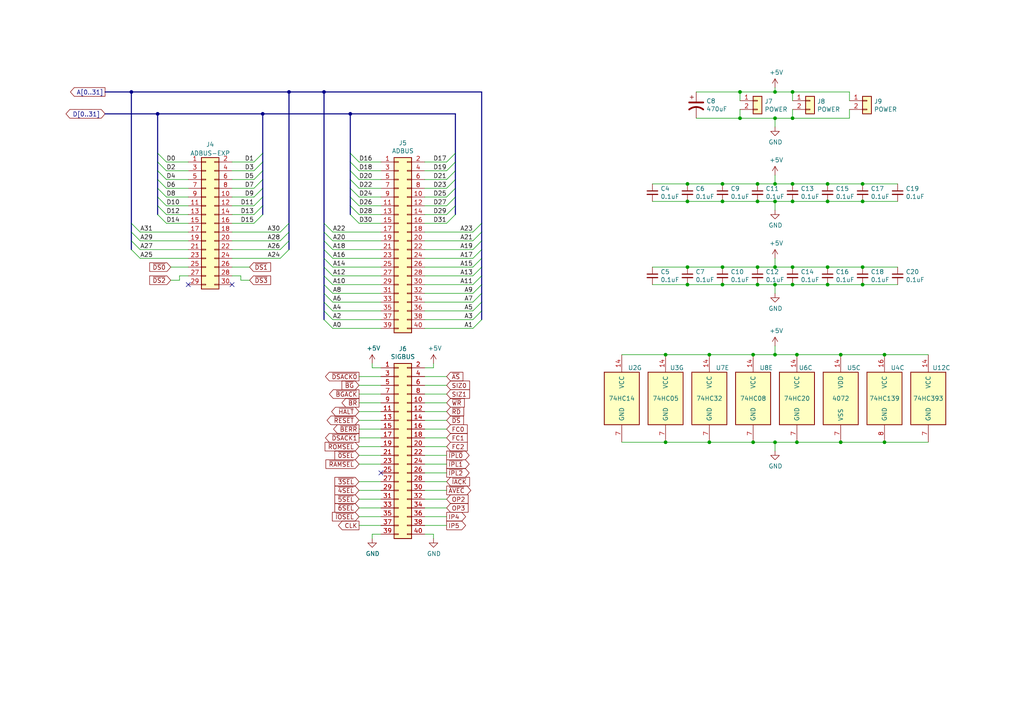
<source format=kicad_sch>
(kicad_sch (version 20250114) (generator "eeschema") (generator_version "9.0")
  (paper "A4")
  (title_block (title "Single Board Computer") (rev "2"))
  (lib_symbols
    (symbol "4xxx:4072" (pin_names (offset 1.016))
      (property "Reference" "U" (at 0 1.27 0))
      (property "Value" "4072" (at 0 -1.27 0))
      (symbol "4072_1_1"
        (pin input line (at -7.62 3.81 0) (length 3.81) (name "~") (number "2"))
        (pin input line (at -7.62 1.27 0) (length 4.826) (name "~") (number "3"))
        (pin input line (at -7.62 -1.27 0) (length 4.826) (name "~") (number "4"))
        (pin input line (at -7.62 -3.81 0) (length 3.81) (name "~") (number "5"))
        (pin output line (at 7.62 0 180) (length 3.81) (name "~") (number "1"))
      )
      (symbol "4072_1_2"
        (pin input inverted (at -7.62 3.81 0) (length 3.81) (name "~") (number "2"))
        (pin input inverted (at -7.62 1.27 0) (length 3.81) (name "~") (number "3"))
        (pin input inverted (at -7.62 -1.27 0) (length 3.81) (name "~") (number "4"))
        (pin input inverted (at -7.62 -3.81 0) (length 3.81) (name "~") (number "5"))
        (pin output inverted (at 7.62 0 180) (length 3.81) (name "~") (number "1"))
      )
      (symbol "4072_2_1"
        (pin input line (at -7.62 3.81 0) (length 3.81) (name "~") (number "9"))
        (pin input line (at -7.62 1.27 0) (length 4.826) (name "~") (number "10"))
        (pin input line (at -7.62 -1.27 0) (length 4.826) (name "~") (number "11"))
        (pin input line (at -7.62 -3.81 0) (length 3.81) (name "~") (number "12"))
        (pin output line (at 7.62 0 180) (length 3.81) (name "~") (number "13"))
      )
      (symbol "4072_2_2"
        (pin input inverted (at -7.62 3.81 0) (length 3.81) (name "~") (number "9"))
        (pin input inverted (at -7.62 1.27 0) (length 3.81) (name "~") (number "10"))
        (pin input inverted (at -7.62 -1.27 0) (length 3.81) (name "~") (number "11"))
        (pin input inverted (at -7.62 -3.81 0) (length 3.81) (name "~") (number "12"))
        (pin output inverted (at 7.62 0 180) (length 3.81) (name "~") (number "13"))
      )
      (symbol "4072_3_0"
        (pin power_in line (at 0 12.7 270) (length 5.08) (name "VDD") (number "14"))
        (pin power_in line (at 0 -12.7 90) (length 5.08) (name "VSS") (number "7"))
      )
    )
    (symbol "74xx:74HC14" (pin_names (offset 1.016))
      (property "Reference" "U" (at 0 1.27 0))
      (property "Value" "74HC14" (at 0 -1.27 0))
      (symbol "74HC14_1_0"
        (pin input line (at -7.62 0 0) (length 3.81) (name "~") (number "1"))
        (pin output inverted (at 7.62 0 180) (length 3.81) (name "~") (number "2"))
      )
      (symbol "74HC14_2_0"
        (pin input line (at -7.62 0 0) (length 3.81) (name "~") (number "3"))
        (pin output inverted (at 7.62 0 180) (length 3.81) (name "~") (number "4"))
      )
      (symbol "74HC14_3_0"
        (pin input line (at -7.62 0 0) (length 3.81) (name "~") (number "5"))
        (pin output inverted (at 7.62 0 180) (length 3.81) (name "~") (number "6"))
      )
      (symbol "74HC14_4_0"
        (pin input line (at -7.62 0 0) (length 3.81) (name "~") (number "9"))
        (pin output inverted (at 7.62 0 180) (length 3.81) (name "~") (number "8"))
      )
      (symbol "74HC14_5_0"
        (pin input line (at -7.62 0 0) (length 3.81) (name "~") (number "11"))
        (pin output inverted (at 7.62 0 180) (length 3.81) (name "~") (number "10"))
      )
      (symbol "74HC14_6_0"
        (pin input line (at -7.62 0 0) (length 3.81) (name "~") (number "13"))
        (pin output inverted (at 7.62 0 180) (length 3.81) (name "~") (number "12"))
      )
      (symbol "74HC14_7_0"
        (pin power_in line (at 0 12.7 270) (length 5.08) (name "VCC") (number "14"))
        (pin power_in line (at 0 -12.7 90) (length 5.08) (name "GND") (number "7"))
      )
    )
    (symbol "74xx:74LS05" (pin_names (offset 1.016))
      (property "Reference" "U" (at 0 1.27 0))
      (property "Value" "74LS05" (at 0 -1.27 0))
      (symbol "74LS05_1_0"
        (pin input line (at -7.62 0 0) (length 3.81) (name "~") (number "1"))
        (pin open_collector inverted (at 7.62 0 180) (length 3.81) (name "~") (number "2"))
      )
      (symbol "74LS05_2_0"
        (pin input line (at -7.62 0 0) (length 3.81) (name "~") (number "3"))
        (pin open_collector inverted (at 7.62 0 180) (length 3.81) (name "~") (number "4"))
      )
      (symbol "74LS05_3_0"
        (pin input line (at -7.62 0 0) (length 3.81) (name "~") (number "5"))
        (pin open_collector inverted (at 7.62 0 180) (length 3.81) (name "~") (number "6"))
      )
      (symbol "74LS05_4_0"
        (pin input line (at -7.62 0 0) (length 3.81) (name "~") (number "9"))
        (pin open_collector inverted (at 7.62 0 180) (length 3.81) (name "~") (number "8"))
      )
      (symbol "74LS05_5_0"
        (pin input line (at -7.62 0 0) (length 3.81) (name "~") (number "11"))
        (pin open_collector inverted (at 7.62 0 180) (length 3.81) (name "~") (number "10"))
      )
      (symbol "74LS05_6_0"
        (pin input line (at -7.62 0 0) (length 3.81) (name "~") (number "13"))
        (pin open_collector inverted (at 7.62 0 180) (length 3.81) (name "~") (number "12"))
      )
      (symbol "74LS05_7_0"
        (pin power_in line (at 0 12.7 270) (length 5.08) (name "VCC") (number "14"))
        (pin power_in line (at 0 -12.7 90) (length 5.08) (name "GND") (number "7"))
      )
    )
    (symbol "74xx:74LS08" (pin_names (offset 1.016))
      (property "Reference" "U" (at 0 1.27 0))
      (property "Value" "74LS08" (at 0 -1.27 0))
      (symbol "74LS08_1_1"
        (pin input line (at -7.62 2.54 0) (length 3.81) (name "~") (number "1"))
        (pin input line (at -7.62 -2.54 0) (length 3.81) (name "~") (number "2"))
        (pin output line (at 7.62 0 180) (length 3.81) (name "~") (number "3"))
      )
      (symbol "74LS08_1_2"
        (pin input inverted (at -7.62 2.54 0) (length 4.318) (name "~") (number "1"))
        (pin input inverted (at -7.62 -2.54 0) (length 4.318) (name "~") (number "2"))
        (pin output inverted (at 7.62 0 180) (length 3.81) (name "~") (number "3"))
      )
      (symbol "74LS08_2_1"
        (pin input line (at -7.62 2.54 0) (length 3.81) (name "~") (number "4"))
        (pin input line (at -7.62 -2.54 0) (length 3.81) (name "~") (number "5"))
        (pin output line (at 7.62 0 180) (length 3.81) (name "~") (number "6"))
      )
      (symbol "74LS08_2_2"
        (pin input inverted (at -7.62 2.54 0) (length 4.318) (name "~") (number "4"))
        (pin input inverted (at -7.62 -2.54 0) (length 4.318) (name "~") (number "5"))
        (pin output inverted (at 7.62 0 180) (length 3.81) (name "~") (number "6"))
      )
      (symbol "74LS08_3_1"
        (pin input line (at -7.62 2.54 0) (length 3.81) (name "~") (number "9"))
        (pin input line (at -7.62 -2.54 0) (length 3.81) (name "~") (number "10"))
        (pin output line (at 7.62 0 180) (length 3.81) (name "~") (number "8"))
      )
      (symbol "74LS08_3_2"
        (pin input inverted (at -7.62 2.54 0) (length 4.318) (name "~") (number "9"))
        (pin input inverted (at -7.62 -2.54 0) (length 4.318) (name "~") (number "10"))
        (pin output inverted (at 7.62 0 180) (length 3.81) (name "~") (number "8"))
      )
      (symbol "74LS08_4_1"
        (pin input line (at -7.62 2.54 0) (length 3.81) (name "~") (number "12"))
        (pin input line (at -7.62 -2.54 0) (length 3.81) (name "~") (number "13"))
        (pin output line (at 7.62 0 180) (length 3.81) (name "~") (number "11"))
      )
      (symbol "74LS08_4_2"
        (pin input inverted (at -7.62 2.54 0) (length 4.318) (name "~") (number "12"))
        (pin input inverted (at -7.62 -2.54 0) (length 4.318) (name "~") (number "13"))
        (pin output inverted (at 7.62 0 180) (length 3.81) (name "~") (number "11"))
      )
      (symbol "74LS08_5_0"
        (pin power_in line (at 0 12.7 270) (length 5.08) (name "VCC") (number "14"))
        (pin power_in line (at 0 -12.7 90) (length 5.08) (name "GND") (number "7"))
      )
    )
    (symbol "74xx:74LS139" (pin_names (offset 1.016))
      (property "Reference" "U" (at -7.62 8.89 0))
      (property "Value" "74LS139" (at -7.62 -8.89 0))
      (symbol "74LS139_1_0"
        (pin input line (at -12.7 2.54 0) (length 5.08) (name "A1") (number "3"))
        (pin input line (at -12.7 0 0) (length 5.08) (name "A0") (number "2"))
        (pin input inverted (at -12.7 -5.08 0) (length 5.08) (name "E") (number "1"))
        (pin output inverted (at 12.7 2.54 180) (length 5.08) (name "O0") (number "4"))
        (pin output inverted (at 12.7 0 180) (length 5.08) (name "O1") (number "5"))
        (pin output inverted (at 12.7 -2.54 180) (length 5.08) (name "O2") (number "6"))
        (pin output inverted (at 12.7 -5.08 180) (length 5.08) (name "O3") (number "7"))
      )
      (symbol "74LS139_2_0"
        (pin input line (at -12.7 2.54 0) (length 5.08) (name "A1") (number "13"))
        (pin input line (at -12.7 0 0) (length 5.08) (name "A0") (number "14"))
        (pin input inverted (at -12.7 -5.08 0) (length 5.08) (name "E") (number "15"))
        (pin output inverted (at 12.7 2.54 180) (length 5.08) (name "O0") (number "12"))
        (pin output inverted (at 12.7 0 180) (length 5.08) (name "O1") (number "11"))
        (pin output inverted (at 12.7 -2.54 180) (length 5.08) (name "O2") (number "10"))
        (pin output inverted (at 12.7 -5.08 180) (length 5.08) (name "O3") (number "9"))
      )
      (symbol "74LS139_3_0"
        (pin power_in line (at 0 12.7 270) (length 5.08) (name "VCC") (number "16"))
        (pin power_in line (at 0 -12.7 90) (length 5.08) (name "GND") (number "8"))
      )
    )
    (symbol "74xx:74LS20" (pin_names (offset 1.016))
      (property "Reference" "U" (at 0 1.27 0))
      (property "Value" "74LS20" (at 0 -1.27 0))
      (symbol "74LS20_1_1"
        (pin input line (at -7.62 3.81 0) (length 3.81) (name "~") (number "1"))
        (pin input line (at -7.62 1.27 0) (length 3.81) (name "~") (number "2"))
        (pin input line (at -7.62 -1.27 0) (length 3.81) (name "~") (number "4"))
        (pin input line (at -7.62 -3.81 0) (length 3.81) (name "~") (number "5"))
        (pin output inverted (at 7.62 0 180) (length 3.81) (name "~") (number "6"))
      )
      (symbol "74LS20_1_2"
        (pin input inverted (at -7.62 3.81 0) (length 3.81) (name "~") (number "1"))
        (pin input inverted (at -7.62 1.27 0) (length 4.826) (name "~") (number "2"))
        (pin input inverted (at -7.62 -1.27 0) (length 4.826) (name "~") (number "4"))
        (pin input inverted (at -7.62 -3.81 0) (length 3.81) (name "~") (number "5"))
        (pin output line (at 7.62 0 180) (length 3.81) (name "~") (number "6"))
      )
      (symbol "74LS20_2_1"
        (pin input line (at -7.62 3.81 0) (length 3.81) (name "~") (number "9"))
        (pin input line (at -7.62 1.27 0) (length 3.81) (name "~") (number "10"))
        (pin input line (at -7.62 -1.27 0) (length 3.81) (name "~") (number "12"))
        (pin input line (at -7.62 -3.81 0) (length 3.81) (name "~") (number "13"))
        (pin output inverted (at 7.62 0 180) (length 3.81) (name "~") (number "8"))
      )
      (symbol "74LS20_2_2"
        (pin input inverted (at -7.62 3.81 0) (length 3.81) (name "~") (number "9"))
        (pin input inverted (at -7.62 1.27 0) (length 4.826) (name "~") (number "10"))
        (pin input inverted (at -7.62 -1.27 0) (length 4.826) (name "~") (number "12"))
        (pin input inverted (at -7.62 -3.81 0) (length 3.81) (name "~") (number "13"))
        (pin output line (at 7.62 0 180) (length 3.81) (name "~") (number "8"))
      )
      (symbol "74LS20_3_0"
        (pin power_in line (at 0 12.7 270) (length 5.08) (name "VCC") (number "14"))
        (pin power_in line (at 0 -12.7 90) (length 5.08) (name "GND") (number "7"))
      )
    )
    (symbol "74xx:74LS32" (pin_names (offset 1.016))
      (property "Reference" "U" (at 0 1.27 0))
      (property "Value" "74LS32" (at 0 -1.27 0))
      (symbol "74LS32_1_1"
        (pin input line (at -7.62 2.54 0) (length 4.318) (name "~") (number "1"))
        (pin input line (at -7.62 -2.54 0) (length 4.318) (name "~") (number "2"))
        (pin output line (at 7.62 0 180) (length 3.81) (name "~") (number "3"))
      )
      (symbol "74LS32_1_2"
        (pin input inverted (at -7.62 2.54 0) (length 3.81) (name "~") (number "1"))
        (pin input inverted (at -7.62 -2.54 0) (length 3.81) (name "~") (number "2"))
        (pin output inverted (at 7.62 0 180) (length 3.81) (name "~") (number "3"))
      )
      (symbol "74LS32_2_1"
        (pin input line (at -7.62 2.54 0) (length 4.318) (name "~") (number "4"))
        (pin input line (at -7.62 -2.54 0) (length 4.318) (name "~") (number "5"))
        (pin output line (at 7.62 0 180) (length 3.81) (name "~") (number "6"))
      )
      (symbol "74LS32_2_2"
        (pin input inverted (at -7.62 2.54 0) (length 3.81) (name "~") (number "4"))
        (pin input inverted (at -7.62 -2.54 0) (length 3.81) (name "~") (number "5"))
        (pin output inverted (at 7.62 0 180) (length 3.81) (name "~") (number "6"))
      )
      (symbol "74LS32_3_1"
        (pin input line (at -7.62 2.54 0) (length 4.318) (name "~") (number "9"))
        (pin input line (at -7.62 -2.54 0) (length 4.318) (name "~") (number "10"))
        (pin output line (at 7.62 0 180) (length 3.81) (name "~") (number "8"))
      )
      (symbol "74LS32_3_2"
        (pin input inverted (at -7.62 2.54 0) (length 3.81) (name "~") (number "9"))
        (pin input inverted (at -7.62 -2.54 0) (length 3.81) (name "~") (number "10"))
        (pin output inverted (at 7.62 0 180) (length 3.81) (name "~") (number "8"))
      )
      (symbol "74LS32_4_1"
        (pin input line (at -7.62 2.54 0) (length 4.318) (name "~") (number "12"))
        (pin input line (at -7.62 -2.54 0) (length 4.318) (name "~") (number "13"))
        (pin output line (at 7.62 0 180) (length 3.81) (name "~") (number "11"))
      )
      (symbol "74LS32_4_2"
        (pin input inverted (at -7.62 2.54 0) (length 3.81) (name "~") (number "12"))
        (pin input inverted (at -7.62 -2.54 0) (length 3.81) (name "~") (number "13"))
        (pin output inverted (at 7.62 0 180) (length 3.81) (name "~") (number "11"))
      )
      (symbol "74LS32_5_0"
        (pin power_in line (at 0 12.7 270) (length 5.08) (name "VCC") (number "14"))
        (pin power_in line (at 0 -12.7 90) (length 5.08) (name "GND") (number "7"))
      )
    )
    (symbol "74xx:74LS393" (pin_names (offset 1.016))
      (property "Reference" "U" (at -7.62 8.89 0))
      (property "Value" "74LS393" (at -7.62 -8.89 0))
      (symbol "74LS393_1_0"
        (pin input clock (at -12.7 2.54 0) (length 5.08) (name "CP") (number "1"))
        (pin input line (at -12.7 -5.08 0) (length 5.08) (name "MR") (number "2"))
        (pin output line (at 12.7 2.54 180) (length 5.08) (name "Q0") (number "3"))
        (pin output line (at 12.7 0 180) (length 5.08) (name "Q1") (number "4"))
        (pin output line (at 12.7 -2.54 180) (length 5.08) (name "Q2") (number "5"))
        (pin output line (at 12.7 -5.08 180) (length 5.08) (name "Q3") (number "6"))
      )
      (symbol "74LS393_2_0"
        (pin input clock (at -12.7 2.54 0) (length 5.08) (name "CP") (number "13"))
        (pin input line (at -12.7 -5.08 0) (length 5.08) (name "MR") (number "12"))
        (pin output line (at 12.7 2.54 180) (length 5.08) (name "Q0") (number "11"))
        (pin output line (at 12.7 0 180) (length 5.08) (name "Q1") (number "10"))
        (pin output line (at 12.7 -2.54 180) (length 5.08) (name "Q2") (number "9"))
        (pin output line (at 12.7 -5.08 180) (length 5.08) (name "Q3") (number "8"))
      )
      (symbol "74LS393_3_0"
        (pin power_in line (at 0 12.7 270) (length 5.08) (name "VCC") (number "14"))
        (pin power_in line (at 0 -12.7 90) (length 5.08) (name "GND") (number "7"))
      )
    )
    (symbol "Connector_Generic:Conn_01x02" (pin_names (offset 1.016) (hide yes))
      (property "Reference" "J" (at 0 2.54 0))
      (property "Value" "Conn_01x02" (at 0 -5.08 0))
      (symbol "Conn_01x02_1_1"
        (pin passive line (at -5.08 0 0) (length 3.81) (name "Pin_1") (number "1"))
        (pin passive line (at -5.08 -2.54 0) (length 3.81) (name "Pin_2") (number "2"))
      )
    )
    (symbol "Connector_Generic:Conn_02x15_Odd_Even" (pin_names (offset 1.016) (hide yes))
      (property "Reference" "J" (at 1.27 20.32 0))
      (property "Value" "Conn_02x15_Odd_Even" (at 1.27 -20.32 0))
      (symbol "Conn_02x15_Odd_Even_1_1"
        (pin passive line (at -5.08 17.78 0) (length 3.81) (name "Pin_1") (number "1"))
        (pin passive line (at -5.08 15.24 0) (length 3.81) (name "Pin_3") (number "3"))
        (pin passive line (at -5.08 12.7 0) (length 3.81) (name "Pin_5") (number "5"))
        (pin passive line (at -5.08 10.16 0) (length 3.81) (name "Pin_7") (number "7"))
        (pin passive line (at -5.08 7.62 0) (length 3.81) (name "Pin_9") (number "9"))
        (pin passive line (at -5.08 5.08 0) (length 3.81) (name "Pin_11") (number "11"))
        (pin passive line (at -5.08 2.54 0) (length 3.81) (name "Pin_13") (number "13"))
        (pin passive line (at -5.08 0 0) (length 3.81) (name "Pin_15") (number "15"))
        (pin passive line (at -5.08 -2.54 0) (length 3.81) (name "Pin_17") (number "17"))
        (pin passive line (at -5.08 -5.08 0) (length 3.81) (name "Pin_19") (number "19"))
        (pin passive line (at -5.08 -7.62 0) (length 3.81) (name "Pin_21") (number "21"))
        (pin passive line (at -5.08 -10.16 0) (length 3.81) (name "Pin_23") (number "23"))
        (pin passive line (at -5.08 -12.7 0) (length 3.81) (name "Pin_25") (number "25"))
        (pin passive line (at -5.08 -15.24 0) (length 3.81) (name "Pin_27") (number "27"))
        (pin passive line (at -5.08 -17.78 0) (length 3.81) (name "Pin_29") (number "29"))
        (pin passive line (at 7.62 17.78 180) (length 3.81) (name "Pin_2") (number "2"))
        (pin passive line (at 7.62 15.24 180) (length 3.81) (name "Pin_4") (number "4"))
        (pin passive line (at 7.62 12.7 180) (length 3.81) (name "Pin_6") (number "6"))
        (pin passive line (at 7.62 10.16 180) (length 3.81) (name "Pin_8") (number "8"))
        (pin passive line (at 7.62 7.62 180) (length 3.81) (name "Pin_10") (number "10"))
        (pin passive line (at 7.62 5.08 180) (length 3.81) (name "Pin_12") (number "12"))
        (pin passive line (at 7.62 2.54 180) (length 3.81) (name "Pin_14") (number "14"))
        (pin passive line (at 7.62 0 180) (length 3.81) (name "Pin_16") (number "16"))
        (pin passive line (at 7.62 -2.54 180) (length 3.81) (name "Pin_18") (number "18"))
        (pin passive line (at 7.62 -5.08 180) (length 3.81) (name "Pin_20") (number "20"))
        (pin passive line (at 7.62 -7.62 180) (length 3.81) (name "Pin_22") (number "22"))
        (pin passive line (at 7.62 -10.16 180) (length 3.81) (name "Pin_24") (number "24"))
        (pin passive line (at 7.62 -12.7 180) (length 3.81) (name "Pin_26") (number "26"))
        (pin passive line (at 7.62 -15.24 180) (length 3.81) (name "Pin_28") (number "28"))
        (pin passive line (at 7.62 -17.78 180) (length 3.81) (name "Pin_30") (number "30"))
      )
    )
    (symbol "Connector_Generic:Conn_02x20_Odd_Even" (pin_names (offset 1.016) (hide yes))
      (property "Reference" "J" (at 1.27 25.4 0))
      (property "Value" "Conn_02x20_Odd_Even" (at 1.27 -27.94 0))
      (symbol "Conn_02x20_Odd_Even_1_1"
        (pin passive line (at -5.08 22.86 0) (length 3.81) (name "Pin_1") (number "1"))
        (pin passive line (at -5.08 20.32 0) (length 3.81) (name "Pin_3") (number "3"))
        (pin passive line (at -5.08 17.78 0) (length 3.81) (name "Pin_5") (number "5"))
        (pin passive line (at -5.08 15.24 0) (length 3.81) (name "Pin_7") (number "7"))
        (pin passive line (at -5.08 12.7 0) (length 3.81) (name "Pin_9") (number "9"))
        (pin passive line (at -5.08 10.16 0) (length 3.81) (name "Pin_11") (number "11"))
        (pin passive line (at -5.08 7.62 0) (length 3.81) (name "Pin_13") (number "13"))
        (pin passive line (at -5.08 5.08 0) (length 3.81) (name "Pin_15") (number "15"))
        (pin passive line (at -5.08 2.54 0) (length 3.81) (name "Pin_17") (number "17"))
        (pin passive line (at -5.08 0 0) (length 3.81) (name "Pin_19") (number "19"))
        (pin passive line (at -5.08 -2.54 0) (length 3.81) (name "Pin_21") (number "21"))
        (pin passive line (at -5.08 -5.08 0) (length 3.81) (name "Pin_23") (number "23"))
        (pin passive line (at -5.08 -7.62 0) (length 3.81) (name "Pin_25") (number "25"))
        (pin passive line (at -5.08 -10.16 0) (length 3.81) (name "Pin_27") (number "27"))
        (pin passive line (at -5.08 -12.7 0) (length 3.81) (name "Pin_29") (number "29"))
        (pin passive line (at -5.08 -15.24 0) (length 3.81) (name "Pin_31") (number "31"))
        (pin passive line (at -5.08 -17.78 0) (length 3.81) (name "Pin_33") (number "33"))
        (pin passive line (at -5.08 -20.32 0) (length 3.81) (name "Pin_35") (number "35"))
        (pin passive line (at -5.08 -22.86 0) (length 3.81) (name "Pin_37") (number "37"))
        (pin passive line (at -5.08 -25.4 0) (length 3.81) (name "Pin_39") (number "39"))
        (pin passive line (at 7.62 22.86 180) (length 3.81) (name "Pin_2") (number "2"))
        (pin passive line (at 7.62 20.32 180) (length 3.81) (name "Pin_4") (number "4"))
        (pin passive line (at 7.62 17.78 180) (length 3.81) (name "Pin_6") (number "6"))
        (pin passive line (at 7.62 15.24 180) (length 3.81) (name "Pin_8") (number "8"))
        (pin passive line (at 7.62 12.7 180) (length 3.81) (name "Pin_10") (number "10"))
        (pin passive line (at 7.62 10.16 180) (length 3.81) (name "Pin_12") (number "12"))
        (pin passive line (at 7.62 7.62 180) (length 3.81) (name "Pin_14") (number "14"))
        (pin passive line (at 7.62 5.08 180) (length 3.81) (name "Pin_16") (number "16"))
        (pin passive line (at 7.62 2.54 180) (length 3.81) (name "Pin_18") (number "18"))
        (pin passive line (at 7.62 0 180) (length 3.81) (name "Pin_20") (number "20"))
        (pin passive line (at 7.62 -2.54 180) (length 3.81) (name "Pin_22") (number "22"))
        (pin passive line (at 7.62 -5.08 180) (length 3.81) (name "Pin_24") (number "24"))
        (pin passive line (at 7.62 -7.62 180) (length 3.81) (name "Pin_26") (number "26"))
        (pin passive line (at 7.62 -10.16 180) (length 3.81) (name "Pin_28") (number "28"))
        (pin passive line (at 7.62 -12.7 180) (length 3.81) (name "Pin_30") (number "30"))
        (pin passive line (at 7.62 -15.24 180) (length 3.81) (name "Pin_32") (number "32"))
        (pin passive line (at 7.62 -17.78 180) (length 3.81) (name "Pin_34") (number "34"))
        (pin passive line (at 7.62 -20.32 180) (length 3.81) (name "Pin_36") (number "36"))
        (pin passive line (at 7.62 -22.86 180) (length 3.81) (name "Pin_38") (number "38"))
        (pin passive line (at 7.62 -25.4 180) (length 3.81) (name "Pin_40") (number "40"))
      )
    )
    (symbol "Device:C_Polarized_US" (pin_numbers (hide yes)) (pin_names (offset 0.254) (hide yes))
      (property "Reference" "C" (at 0.635 2.54 0))
      (property "Value" "C_Polarized_US" (at 0.635 -2.54 0))
      (symbol "C_Polarized_US_1_1"
        (pin passive line (at 0 3.81 270) (length 2.794) (name "~") (number "1"))
        (pin passive line (at 0 -3.81 90) (length 3.302) (name "~") (number "2"))
      )
    )
    (symbol "Device:C_Small" (pin_numbers (hide yes)) (pin_names (offset 0.254) (hide yes))
      (property "Reference" "C" (at 0.254 1.778 0))
      (property "Value" "C_Small" (at 0.254 -2.032 0))
      (symbol "C_Small_1_1"
        (pin passive line (at 0 2.54 270) (length 2.032) (name "~") (number "1"))
        (pin passive line (at 0 -2.54 90) (length 2.032) (name "~") (number "2"))
      )
    )
    (symbol "power:+5V" (power) (pin_names (offset 0))
      (property "Value" "+5V" (at 0 3.556 0))
      (symbol "+5V_1_1"
        (pin power_in line (at 0 0 90) (length 0) (hide yes) (name "+5V") (number "1"))
      )
    )
    (symbol "power:GND" (power) (pin_names (offset 0))
      (property "Value" "GND" (at 0 -3.81 0))
      (symbol "GND_1_1"
        (pin power_in line (at 0 0 270) (length 0) (hide yes) (name "GND") (number "1"))
      )
    )
  )
  (junction (at 240.03 82.55))
  (junction (at 224.79 128.27))
  (junction (at 224.79 82.55))
  (junction (at 219.71 58.42))
  (junction (at 243.84 102.87))
  (junction (at 229.87 34.29))
  (junction (at 240.03 53.34))
  (junction (at 224.79 58.42))
  (junction (at 224.79 102.87))
  (junction (at 101.6 33.02))
  (junction (at 231.14 102.87))
  (junction (at 250.19 82.55))
  (junction (at 224.79 77.47))
  (junction (at 209.55 53.34))
  (junction (at 229.87 77.47))
  (junction (at 250.19 58.42))
  (junction (at 214.63 26.67))
  (junction (at 218.44 102.87))
  (junction (at 250.19 53.34))
  (junction (at 229.87 26.67))
  (junction (at 205.74 128.27))
  (junction (at 231.14 128.27))
  (junction (at 193.04 128.27))
  (junction (at 240.03 58.42))
  (junction (at 199.39 82.55))
  (junction (at 193.04 102.87))
  (junction (at 229.87 82.55))
  (junction (at 229.87 53.34))
  (junction (at 224.79 53.34))
  (junction (at 240.03 77.47))
  (junction (at 224.79 26.67))
  (junction (at 219.71 82.55))
  (junction (at 218.44 128.27))
  (junction (at 219.71 53.34))
  (junction (at 45.72 33.02))
  (junction (at 224.79 34.29))
  (junction (at 93.98 26.67))
  (junction (at 199.39 58.42))
  (junction (at 209.55 77.47))
  (junction (at 250.19 77.47))
  (junction (at 83.82 26.67))
  (junction (at 38.1 26.67))
  (junction (at 209.55 82.55))
  (junction (at 256.54 102.87))
  (junction (at 76.2 33.02))
  (junction (at 205.74 102.87))
  (junction (at 209.55 58.42))
  (junction (at 199.39 77.47))
  (junction (at 219.71 77.47))
  (junction (at 214.63 34.29))
  (junction (at 199.39 53.34))
  (junction (at 243.84 128.27))
  (junction (at 256.54 128.27))
  (junction (at 229.87 58.42))
  (no_connect (at 54.61 82.55))
  (no_connect (at 110.49 137.16))
  (no_connect (at 67.31 82.55))
  (bus_entry (at 40.64 67.31) (size -2.54 -2.54))
  (bus_entry (at 96.52 74.93) (size -2.54 -2.54))
  (bus_entry (at 137.16 92.71) (size 2.54 -2.54))
  (bus_entry (at 81.28 72.39) (size 2.54 -2.54))
  (bus_entry (at 129.54 54.61) (size 2.54 -2.54))
  (bus_entry (at 48.26 46.99) (size -2.54 -2.54))
  (bus_entry (at 81.28 69.85) (size 2.54 -2.54))
  (bus_entry (at 129.54 46.99) (size 2.54 -2.54))
  (bus_entry (at 137.16 69.85) (size 2.54 -2.54))
  (bus_entry (at 73.66 62.23) (size 2.54 -2.54))
  (bus_entry (at 73.66 52.07) (size 2.54 -2.54))
  (bus_entry (at 129.54 64.77) (size 2.54 -2.54))
  (bus_entry (at 137.16 85.09) (size 2.54 -2.54))
  (bus_entry (at 48.26 54.61) (size -2.54 -2.54))
  (bus_entry (at 73.66 57.15) (size 2.54 -2.54))
  (bus_entry (at 96.52 67.31) (size -2.54 -2.54))
  (bus_entry (at 104.14 57.15) (size -2.54 -2.54))
  (bus_entry (at 96.52 95.25) (size -2.54 -2.54))
  (bus_entry (at 96.52 87.63) (size -2.54 -2.54))
  (bus_entry (at 137.16 72.39) (size 2.54 -2.54))
  (bus_entry (at 129.54 59.69) (size 2.54 -2.54))
  (bus_entry (at 40.64 69.85) (size -2.54 -2.54))
  (bus_entry (at 73.66 46.99) (size 2.54 -2.54))
  (bus_entry (at 104.14 59.69) (size -2.54 -2.54))
  (bus_entry (at 73.66 59.69) (size 2.54 -2.54))
  (bus_entry (at 73.66 54.61) (size 2.54 -2.54))
  (bus_entry (at 137.16 87.63) (size 2.54 -2.54))
  (bus_entry (at 81.28 74.93) (size 2.54 -2.54))
  (bus_entry (at 48.26 52.07) (size -2.54 -2.54))
  (bus_entry (at 96.52 92.71) (size -2.54 -2.54))
  (bus_entry (at 129.54 57.15) (size 2.54 -2.54))
  (bus_entry (at 73.66 49.53) (size 2.54 -2.54))
  (bus_entry (at 96.52 90.17) (size -2.54 -2.54))
  (bus_entry (at 81.28 67.31) (size 2.54 -2.54))
  (bus_entry (at 104.14 46.99) (size -2.54 -2.54))
  (bus_entry (at 96.52 85.09) (size -2.54 -2.54))
  (bus_entry (at 96.52 69.85) (size -2.54 -2.54))
  (bus_entry (at 96.52 72.39) (size -2.54 -2.54))
  (bus_entry (at 96.52 80.01) (size -2.54 -2.54))
  (bus_entry (at 137.16 80.01) (size 2.54 -2.54))
  (bus_entry (at 48.26 57.15) (size -2.54 -2.54))
  (bus_entry (at 137.16 90.17) (size 2.54 -2.54))
  (bus_entry (at 48.26 62.23) (size -2.54 -2.54))
  (bus_entry (at 137.16 74.93) (size 2.54 -2.54))
  (bus_entry (at 137.16 95.25) (size 2.54 -2.54))
  (bus_entry (at 104.14 62.23) (size -2.54 -2.54))
  (bus_entry (at 40.64 74.93) (size -2.54 -2.54))
  (bus_entry (at 73.66 64.77) (size 2.54 -2.54))
  (bus_entry (at 48.26 64.77) (size -2.54 -2.54))
  (bus_entry (at 96.52 77.47) (size -2.54 -2.54))
  (bus_entry (at 104.14 54.61) (size -2.54 -2.54))
  (bus_entry (at 137.16 77.47) (size 2.54 -2.54))
  (bus_entry (at 48.26 49.53) (size -2.54 -2.54))
  (bus_entry (at 40.64 72.39) (size -2.54 -2.54))
  (bus_entry (at 96.52 82.55) (size -2.54 -2.54))
  (bus_entry (at 104.14 49.53) (size -2.54 -2.54))
  (bus_entry (at 137.16 67.31) (size 2.54 -2.54))
  (bus_entry (at 104.14 52.07) (size -2.54 -2.54))
  (bus_entry (at 48.26 59.69) (size -2.54 -2.54))
  (bus_entry (at 137.16 82.55) (size 2.54 -2.54))
  (bus_entry (at 104.14 64.77) (size -2.54 -2.54))
  (bus_entry (at 129.54 52.07) (size 2.54 -2.54))
  (bus_entry (at 129.54 62.23) (size 2.54 -2.54))
  (bus_entry (at 129.54 49.53) (size 2.54 -2.54))
  (wire (pts (xy 110.49 144.78) (xy 104.14 144.78)))
  (wire (pts (xy 229.87 53.34) (xy 240.03 53.34)))
  (bus (pts (xy 38.1 64.77) (xy 38.1 67.31)))
  (wire (pts (xy 218.44 128.27) (xy 224.79 128.27)))
  (wire (pts (xy 123.19 69.85) (xy 137.16 69.85)))
  (wire (pts (xy 110.49 69.85) (xy 96.52 69.85)))
  (wire (pts (xy 240.03 58.42) (xy 229.87 58.42)))
  (wire (pts (xy 123.19 85.09) (xy 137.16 85.09)))
  (wire (pts (xy 48.26 46.99) (xy 54.61 46.99)))
  (bus (pts (xy 76.2 57.15) (xy 76.2 59.69)))
  (wire (pts (xy 73.66 59.69) (xy 67.31 59.69)))
  (wire (pts (xy 137.16 95.25) (xy 123.19 95.25)))
  (bus (pts (xy 101.6 33.02) (xy 101.6 44.45)))
  (bus (pts (xy 93.98 72.39) (xy 93.98 74.93)))
  (bus (pts (xy 45.72 44.45) (xy 45.72 46.99)))
  (wire (pts (xy 137.16 87.63) (xy 123.19 87.63)))
  (wire (pts (xy 129.54 137.16) (xy 123.19 137.16)))
  (wire (pts (xy 67.31 62.23) (xy 73.66 62.23)))
  (wire (pts (xy 189.23 82.55) (xy 199.39 82.55)))
  (wire (pts (xy 129.54 64.77) (xy 123.19 64.77)))
  (wire (pts (xy 214.63 26.67) (xy 224.79 26.67)))
  (wire (pts (xy 205.74 102.87) (xy 218.44 102.87)))
  (wire (pts (xy 81.28 67.31) (xy 67.31 67.31)))
  (wire (pts (xy 54.61 62.23) (xy 48.26 62.23)))
  (bus (pts (xy 38.1 69.85) (xy 38.1 72.39)))
  (wire (pts (xy 49.53 77.47) (xy 54.61 77.47)))
  (wire (pts (xy 224.79 82.55) (xy 224.79 85.09)))
  (wire (pts (xy 123.19 119.38) (xy 129.54 119.38)))
  (wire (pts (xy 54.61 52.07) (xy 48.26 52.07)))
  (wire (pts (xy 240.03 82.55) (xy 229.87 82.55)))
  (wire (pts (xy 129.54 134.62) (xy 123.19 134.62)))
  (wire (pts (xy 224.79 53.34) (xy 229.87 53.34)))
  (bus (pts (xy 76.2 44.45) (xy 76.2 46.99)))
  (bus (pts (xy 101.6 44.45) (xy 101.6 46.99)))
  (wire (pts (xy 104.14 127) (xy 110.49 127)))
  (wire (pts (xy 224.79 77.47) (xy 229.87 77.47)))
  (wire (pts (xy 243.84 128.27) (xy 256.54 128.27)))
  (wire (pts (xy 67.31 77.47) (xy 72.39 77.47)))
  (bus (pts (xy 76.2 54.61) (xy 76.2 57.15)))
  (bus (pts (xy 139.7 26.67) (xy 139.7 64.77)))
  (wire (pts (xy 110.49 111.76) (xy 104.14 111.76)))
  (wire (pts (xy 110.49 80.01) (xy 96.52 80.01)))
  (wire (pts (xy 81.28 69.85) (xy 67.31 69.85)))
  (wire (pts (xy 199.39 58.42) (xy 189.23 58.42)))
  (bus (pts (xy 93.98 80.01) (xy 93.98 82.55)))
  (bus (pts (xy 93.98 67.31) (xy 93.98 69.85)))
  (wire (pts (xy 201.93 26.67) (xy 214.63 26.67)))
  (bus (pts (xy 83.82 26.67) (xy 38.1 26.67)))
  (wire (pts (xy 240.03 82.55) (xy 250.19 82.55)))
  (wire (pts (xy 52.07 80.01) (xy 54.61 80.01)))
  (bus (pts (xy 101.6 54.61) (xy 101.6 57.15)))
  (bus (pts (xy 139.7 90.17) (xy 139.7 92.71)))
  (wire (pts (xy 107.95 106.68) (xy 110.49 106.68)))
  (wire (pts (xy 54.61 74.93) (xy 40.64 74.93)))
  (bus (pts (xy 93.98 85.09) (xy 93.98 87.63)))
  (wire (pts (xy 224.79 102.87) (xy 231.14 102.87)))
  (bus (pts (xy 45.72 52.07) (xy 45.72 54.61)))
  (wire (pts (xy 110.49 92.71) (xy 96.52 92.71)))
  (wire (pts (xy 110.49 59.69) (xy 104.14 59.69)))
  (wire (pts (xy 246.38 34.29) (xy 246.38 31.75)))
  (wire (pts (xy 123.19 149.86) (xy 129.54 149.86)))
  (wire (pts (xy 48.26 54.61) (xy 54.61 54.61)))
  (wire (pts (xy 250.19 82.55) (xy 260.35 82.55)))
  (wire (pts (xy 104.14 46.99) (xy 110.49 46.99)))
  (wire (pts (xy 73.66 54.61) (xy 67.31 54.61)))
  (bus (pts (xy 132.08 52.07) (xy 132.08 54.61)))
  (bus (pts (xy 93.98 77.47) (xy 93.98 80.01)))
  (bus (pts (xy 93.98 26.67) (xy 93.98 64.77)))
  (wire (pts (xy 224.79 26.67) (xy 224.79 25.4)))
  (bus (pts (xy 132.08 44.45) (xy 132.08 46.99)))
  (wire (pts (xy 104.14 119.38) (xy 110.49 119.38)))
  (bus (pts (xy 93.98 64.77) (xy 93.98 67.31)))
  (bus (pts (xy 101.6 57.15) (xy 101.6 59.69)))
  (wire (pts (xy 129.54 59.69) (xy 123.19 59.69)))
  (bus (pts (xy 93.98 74.93) (xy 93.98 77.47)))
  (bus (pts (xy 139.7 72.39) (xy 139.7 74.93)))
  (bus (pts (xy 101.6 52.07) (xy 101.6 54.61)))
  (wire (pts (xy 209.55 77.47) (xy 219.71 77.47)))
  (bus (pts (xy 139.7 69.85) (xy 139.7 72.39)))
  (wire (pts (xy 123.19 114.3) (xy 129.54 114.3)))
  (wire (pts (xy 218.44 102.87) (xy 224.79 102.87)))
  (wire (pts (xy 240.03 77.47) (xy 250.19 77.47)))
  (wire (pts (xy 199.39 77.47) (xy 209.55 77.47)))
  (bus (pts (xy 83.82 64.77) (xy 83.82 67.31)))
  (wire (pts (xy 110.49 139.7) (xy 104.14 139.7)))
  (wire (pts (xy 129.54 142.24) (xy 123.19 142.24)))
  (wire (pts (xy 224.79 34.29) (xy 229.87 34.29)))
  (wire (pts (xy 52.07 81.28) (xy 52.07 80.01)))
  (wire (pts (xy 129.54 139.7) (xy 123.19 139.7)))
  (wire (pts (xy 209.55 58.42) (xy 219.71 58.42)))
  (wire (pts (xy 224.79 36.83) (xy 224.79 34.29)))
  (wire (pts (xy 54.61 59.69) (xy 48.26 59.69)))
  (bus (pts (xy 139.7 77.47) (xy 139.7 80.01)))
  (bus (pts (xy 132.08 59.69) (xy 132.08 62.23)))
  (wire (pts (xy 199.39 53.34) (xy 209.55 53.34)))
  (wire (pts (xy 129.54 46.99) (xy 123.19 46.99)))
  (wire (pts (xy 129.54 152.4) (xy 123.19 152.4)))
  (wire (pts (xy 110.49 67.31) (xy 96.52 67.31)))
  (wire (pts (xy 229.87 58.42) (xy 224.79 58.42)))
  (wire (pts (xy 104.14 132.08) (xy 110.49 132.08)))
  (wire (pts (xy 137.16 90.17) (xy 123.19 90.17)))
  (wire (pts (xy 129.54 127) (xy 123.19 127)))
  (wire (pts (xy 110.49 52.07) (xy 104.14 52.07)))
  (bus (pts (xy 101.6 33.02) (xy 132.08 33.02)))
  (bus (pts (xy 45.72 33.02) (xy 45.72 44.45)))
  (bus (pts (xy 139.7 74.93) (xy 139.7 77.47)))
  (wire (pts (xy 219.71 53.34) (xy 224.79 53.34)))
  (wire (pts (xy 110.49 72.39) (xy 96.52 72.39)))
  (bus (pts (xy 38.1 26.67) (xy 38.1 64.77)))
  (wire (pts (xy 129.54 132.08) (xy 123.19 132.08)))
  (bus (pts (xy 139.7 87.63) (xy 139.7 90.17)))
  (wire (pts (xy 137.16 80.01) (xy 123.19 80.01)))
  (bus (pts (xy 101.6 49.53) (xy 101.6 52.07)))
  (wire (pts (xy 72.39 81.28) (xy 69.85 81.28)))
  (wire (pts (xy 129.54 147.32) (xy 123.19 147.32)))
  (wire (pts (xy 229.87 34.29) (xy 246.38 34.29)))
  (wire (pts (xy 67.31 49.53) (xy 73.66 49.53)))
  (wire (pts (xy 123.19 129.54) (xy 129.54 129.54)))
  (wire (pts (xy 110.49 82.55) (xy 96.52 82.55)))
  (wire (pts (xy 189.23 77.47) (xy 199.39 77.47)))
  (wire (pts (xy 104.14 129.54) (xy 110.49 129.54)))
  (bus (pts (xy 139.7 82.55) (xy 139.7 85.09)))
  (wire (pts (xy 229.87 77.47) (xy 240.03 77.47)))
  (wire (pts (xy 224.79 58.42) (xy 219.71 58.42)))
  (bus (pts (xy 101.6 46.99) (xy 101.6 49.53)))
  (wire (pts (xy 110.49 90.17) (xy 96.52 90.17)))
  (bus (pts (xy 76.2 59.69) (xy 76.2 62.23)))
  (wire (pts (xy 123.19 57.15) (xy 129.54 57.15)))
  (wire (pts (xy 250.19 77.47) (xy 260.35 77.47)))
  (wire (pts (xy 104.14 142.24) (xy 110.49 142.24)))
  (wire (pts (xy 123.19 92.71) (xy 137.16 92.71)))
  (bus (pts (xy 76.2 33.02) (xy 45.72 33.02)))
  (bus (pts (xy 38.1 67.31) (xy 38.1 69.85)))
  (bus (pts (xy 83.82 26.67) (xy 83.82 64.77)))
  (wire (pts (xy 229.87 26.67) (xy 246.38 26.67)))
  (wire (pts (xy 104.14 54.61) (xy 110.49 54.61)))
  (wire (pts (xy 256.54 102.87) (xy 269.24 102.87)))
  (wire (pts (xy 224.79 128.27) (xy 224.79 130.81)))
  (wire (pts (xy 205.74 128.27) (xy 218.44 128.27)))
  (wire (pts (xy 129.54 116.84) (xy 123.19 116.84)))
  (bus (pts (xy 83.82 69.85) (xy 83.82 72.39)))
  (wire (pts (xy 110.49 134.62) (xy 104.14 134.62)))
  (bus (pts (xy 76.2 52.07) (xy 76.2 54.61)))
  (wire (pts (xy 73.66 64.77) (xy 67.31 64.77)))
  (wire (pts (xy 129.54 52.07) (xy 123.19 52.07)))
  (wire (pts (xy 214.63 34.29) (xy 224.79 34.29)))
  (wire (pts (xy 137.16 74.93) (xy 123.19 74.93)))
  (wire (pts (xy 54.61 57.15) (xy 48.26 57.15)))
  (wire (pts (xy 224.79 82.55) (xy 229.87 82.55)))
  (wire (pts (xy 229.87 29.21) (xy 229.87 26.67)))
  (wire (pts (xy 246.38 26.67) (xy 246.38 29.21)))
  (wire (pts (xy 209.55 82.55) (xy 199.39 82.55)))
  (bus (pts (xy 93.98 87.63) (xy 93.98 90.17)))
  (bus (pts (xy 76.2 46.99) (xy 76.2 49.53)))
  (wire (pts (xy 104.14 152.4) (xy 110.49 152.4)))
  (wire (pts (xy 54.61 67.31) (xy 40.64 67.31)))
  (wire (pts (xy 123.19 106.68) (xy 125.73 106.68)))
  (bus (pts (xy 139.7 64.77) (xy 139.7 67.31)))
  (wire (pts (xy 209.55 82.55) (xy 219.71 82.55)))
  (wire (pts (xy 54.61 72.39) (xy 40.64 72.39)))
  (wire (pts (xy 81.28 74.93) (xy 67.31 74.93)))
  (wire (pts (xy 224.79 26.67) (xy 229.87 26.67)))
  (bus (pts (xy 83.82 67.31) (xy 83.82 69.85)))
  (wire (pts (xy 219.71 82.55) (xy 224.79 82.55)))
  (wire (pts (xy 214.63 26.67) (xy 214.63 29.21)))
  (wire (pts (xy 125.73 154.94) (xy 125.73 156.21)))
  (wire (pts (xy 224.79 128.27) (xy 231.14 128.27)))
  (bus (pts (xy 139.7 85.09) (xy 139.7 87.63)))
  (wire (pts (xy 129.54 144.78) (xy 123.19 144.78)))
  (wire (pts (xy 69.85 81.28) (xy 69.85 80.01)))
  (bus (pts (xy 45.72 46.99) (xy 45.72 49.53)))
  (wire (pts (xy 110.49 62.23) (xy 104.14 62.23)))
  (wire (pts (xy 110.49 87.63) (xy 96.52 87.63)))
  (bus (pts (xy 93.98 26.67) (xy 139.7 26.67)))
  (wire (pts (xy 229.87 31.75) (xy 229.87 34.29)))
  (wire (pts (xy 54.61 69.85) (xy 40.64 69.85)))
  (wire (pts (xy 250.19 53.34) (xy 240.03 53.34)))
  (bus (pts (xy 76.2 49.53) (xy 76.2 52.07)))
  (bus (pts (xy 45.72 33.02) (xy 30.48 33.02)))
  (wire (pts (xy 125.73 106.68) (xy 125.73 105.41)))
  (wire (pts (xy 73.66 46.99) (xy 67.31 46.99)))
  (bus (pts (xy 45.72 54.61) (xy 45.72 57.15)))
  (wire (pts (xy 129.54 121.92) (xy 123.19 121.92)))
  (wire (pts (xy 54.61 49.53) (xy 48.26 49.53)))
  (wire (pts (xy 243.84 102.87) (xy 256.54 102.87)))
  (bus (pts (xy 45.72 57.15) (xy 45.72 59.69)))
  (wire (pts (xy 67.31 57.15) (xy 73.66 57.15)))
  (wire (pts (xy 231.14 102.87) (xy 243.84 102.87)))
  (wire (pts (xy 123.19 77.47) (xy 137.16 77.47)))
  (wire (pts (xy 110.49 95.25) (xy 96.52 95.25)))
  (bus (pts (xy 132.08 54.61) (xy 132.08 57.15)))
  (wire (pts (xy 193.04 102.87) (xy 205.74 102.87)))
  (wire (pts (xy 137.16 82.55) (xy 123.19 82.55)))
  (wire (pts (xy 214.63 34.29) (xy 214.63 31.75)))
  (wire (pts (xy 231.14 128.27) (xy 243.84 128.27)))
  (wire (pts (xy 224.79 102.87) (xy 224.79 100.33)))
  (wire (pts (xy 224.79 58.42) (xy 224.79 60.96)))
  (wire (pts (xy 256.54 128.27) (xy 269.24 128.27)))
  (wire (pts (xy 67.31 72.39) (xy 81.28 72.39)))
  (wire (pts (xy 123.19 49.53) (xy 129.54 49.53)))
  (bus (pts (xy 132.08 33.02) (xy 132.08 44.45)))
  (wire (pts (xy 104.14 147.32) (xy 110.49 147.32)))
  (wire (pts (xy 110.49 124.46) (xy 104.14 124.46)))
  (wire (pts (xy 104.14 114.3) (xy 110.49 114.3)))
  (wire (pts (xy 224.79 50.8) (xy 224.79 53.34)))
  (wire (pts (xy 224.79 74.93) (xy 224.79 77.47)))
  (wire (pts (xy 107.95 105.41) (xy 107.95 106.68)))
  (bus (pts (xy 45.72 49.53) (xy 45.72 52.07)))
  (bus (pts (xy 132.08 57.15) (xy 132.08 59.69)))
  (bus (pts (xy 139.7 80.01) (xy 139.7 82.55)))
  (bus (pts (xy 93.98 69.85) (xy 93.98 72.39)))
  (wire (pts (xy 123.19 154.94) (xy 125.73 154.94)))
  (wire (pts (xy 137.16 67.31) (xy 123.19 67.31)))
  (wire (pts (xy 49.53 81.28) (xy 52.07 81.28)))
  (wire (pts (xy 110.49 154.94) (xy 107.95 154.94)))
  (wire (pts (xy 189.23 53.34) (xy 199.39 53.34)))
  (wire (pts (xy 107.95 154.94) (xy 107.95 156.21)))
  (wire (pts (xy 129.54 54.61) (xy 123.19 54.61)))
  (wire (pts (xy 201.93 34.29) (xy 214.63 34.29)))
  (wire (pts (xy 180.34 128.27) (xy 193.04 128.27)))
  (wire (pts (xy 110.49 77.47) (xy 96.52 77.47)))
  (wire (pts (xy 240.03 58.42) (xy 250.19 58.42)))
  (wire (pts (xy 110.49 149.86) (xy 104.14 149.86)))
  (bus (pts (xy 132.08 49.53) (xy 132.08 52.07)))
  (wire (pts (xy 69.85 80.01) (xy 67.31 80.01)))
  (wire (pts (xy 123.19 111.76) (xy 129.54 111.76)))
  (wire (pts (xy 73.66 52.07) (xy 67.31 52.07)))
  (bus (pts (xy 93.98 26.67) (xy 83.82 26.67)))
  (wire (pts (xy 104.14 121.92) (xy 110.49 121.92)))
  (wire (pts (xy 110.49 57.15) (xy 104.14 57.15)))
  (wire (pts (xy 137.16 72.39) (xy 123.19 72.39)))
  (wire (pts (xy 180.34 102.87) (xy 193.04 102.87)))
  (bus (pts (xy 132.08 46.99) (xy 132.08 49.53)))
  (bus (pts (xy 93.98 90.17) (xy 93.98 92.71)))
  (wire (pts (xy 123.19 62.23) (xy 129.54 62.23)))
  (wire (pts (xy 104.14 109.22) (xy 110.49 109.22)))
  (wire (pts (xy 250.19 58.42) (xy 260.35 58.42)))
  (bus (pts (xy 76.2 33.02) (xy 76.2 44.45)))
  (wire (pts (xy 110.49 49.53) (xy 104.14 49.53)))
  (wire (pts (xy 193.04 128.27) (xy 205.74 128.27)))
  (wire (pts (xy 110.49 64.77) (xy 104.14 64.77)))
  (wire (pts (xy 110.49 116.84) (xy 104.14 116.84)))
  (bus (pts (xy 38.1 26.67) (xy 30.48 26.67)))
  (wire (pts (xy 110.49 74.93) (xy 96.52 74.93)))
  (wire (pts (xy 209.55 58.42) (xy 199.39 58.42)))
  (wire (pts (xy 123.19 109.22) (xy 129.54 109.22)))
  (wire (pts (xy 54.61 64.77) (xy 48.26 64.77)))
  (bus (pts (xy 101.6 59.69) (xy 101.6 62.23)))
  (wire (pts (xy 209.55 53.34) (xy 219.71 53.34)))
  (bus (pts (xy 101.6 33.02) (xy 76.2 33.02)))
  (bus (pts (xy 93.98 82.55) (xy 93.98 85.09)))
  (wire (pts (xy 260.35 53.34) (xy 250.19 53.34)))
  (bus (pts (xy 45.72 59.69) (xy 45.72 62.23)))
  (bus (pts (xy 139.7 67.31) (xy 139.7 69.85)))
  (wire (pts (xy 110.49 85.09) (xy 96.52 85.09)))
  (wire (pts (xy 219.71 77.47) (xy 224.79 77.47)))
  (wire (pts (xy 129.54 124.46) (xy 123.19 124.46)))
  (label "D2" (at 48.26 49.53 0))
  (label "A6" (at 96.52 87.63 0))
  (label "A23" (at 137.16 67.31 180))
  (label "A17" (at 137.16 74.93 180))
  (label "A1" (at 137.16 95.25 180))
  (label "A22" (at 96.52 67.31 0))
  (label "D22" (at 104.14 54.61 0))
  (label "A28" (at 81.28 69.85 180))
  (label "D25" (at 129.54 57.15 180))
  (label "D30" (at 104.14 64.77 0))
  (label "D12" (at 48.26 62.23 0))
  (label "D4" (at 48.26 52.07 0))
  (label "A30" (at 81.28 67.31 180))
  (label "A15" (at 137.16 77.47 180))
  (label "A31" (at 40.64 67.31 0))
  (label "D9" (at 73.66 57.15 180))
  (label "A7" (at 137.16 87.63 180))
  (label "D31" (at 129.54 64.77 180))
  (label "A27" (at 40.64 72.39 0))
  (label "A8" (at 96.52 85.09 0))
  (label "D6" (at 48.26 54.61 0))
  (label "A3" (at 137.16 92.71 180))
  (label "D23" (at 129.54 54.61 180))
  (label "D3" (at 73.66 49.53 180))
  (label "D28" (at 104.14 62.23 0))
  (label "D18" (at 104.14 49.53 0))
  (label "D20" (at 104.14 52.07 0))
  (label "A13" (at 137.16 80.01 180))
  (label "D27" (at 129.54 59.69 180))
  (label "D13" (at 73.66 62.23 180))
  (label "D14" (at 48.26 64.77 0))
  (label "D17" (at 129.54 46.99 180))
  (label "D8" (at 48.26 57.15 0))
  (label "A5" (at 137.16 90.17 180))
  (label "D11" (at 73.66 59.69 180))
  (label "D10" (at 48.26 59.69 0))
  (label "D29" (at 129.54 62.23 180))
  (label "A4" (at 96.52 90.17 0))
  (label "D7" (at 73.66 54.61 180))
  (label "D5" (at 73.66 52.07 180))
  (label "A19" (at 137.16 72.39 180))
  (label "A14" (at 96.52 77.47 0))
  (label "A0" (at 96.52 95.25 0))
  (label "D26" (at 104.14 59.69 0))
  (label "A11" (at 137.16 82.55 180))
  (label "D0" (at 48.26 46.99 0))
  (label "A9" (at 137.16 85.09 180))
  (label "A24" (at 81.28 74.93 180))
  (label "D21" (at 129.54 52.07 180))
  (label "A25" (at 40.64 74.93 0))
  (label "A26" (at 81.28 72.39 180))
  (label "D16" (at 104.14 46.99 0))
  (label "A2" (at 96.52 92.71 0))
  (label "A20" (at 96.52 69.85 0))
  (label "A18" (at 96.52 72.39 0))
  (label "D24" (at 104.14 57.15 0))
  (label "D15" (at 73.66 64.77 180))
  (label "A21" (at 137.16 69.85 180))
  (label "A12" (at 96.52 80.01 0))
  (label "A10" (at 96.52 82.55 0))
  (label "D1" (at 73.66 46.99 180))
  (label "A16" (at 96.52 74.93 0))
  (label "D19" (at 129.54 49.53 180))
  (label "A29" (at 40.64 69.85 0))
  (global_label "~{6SEL}" (shape input) (at 104.14 147.32 180) (property "Intersheetrefs" "${INTERSHEET_REFS}" (effects (hide yes))))
  (global_label "~{DS1}" (shape input) (at 72.39 77.47 0) (property "Intersheetrefs" "${INTERSHEET_REFS}" (effects (hide yes))))
  (global_label "~{AVEC}" (shape output) (at 129.54 142.24 0) (property "Intersheetrefs" "${INTERSHEET_REFS}" (effects (hide yes))))
  (global_label "~{IPL1}" (shape output) (at 129.54 134.62 0) (property "Intersheetrefs" "${INTERSHEET_REFS}" (effects (hide yes))))
  (global_label "~{BR}" (shape output) (at 104.14 116.84 180) (property "Intersheetrefs" "${INTERSHEET_REFS}" (effects (hide yes))))
  (global_label "SIZ1" (shape input) (at 129.54 114.3 0) (property "Intersheetrefs" "${INTERSHEET_REFS}" (effects (hide yes))))
  (global_label "CLK" (shape output) (at 104.14 152.4 180) (property "Intersheetrefs" "${INTERSHEET_REFS}" (effects (hide yes))))
  (global_label "FC0" (shape input) (at 129.54 124.46 0) (property "Intersheetrefs" "${INTERSHEET_REFS}" (effects (hide yes))))
  (global_label "SIZ0" (shape input) (at 129.54 111.76 0) (property "Intersheetrefs" "${INTERSHEET_REFS}" (effects (hide yes))))
  (global_label "~{4SEL}" (shape input) (at 104.14 142.24 180) (property "Intersheetrefs" "${INTERSHEET_REFS}" (effects (hide yes))))
  (global_label "FC1" (shape input) (at 129.54 127 0) (property "Intersheetrefs" "${INTERSHEET_REFS}" (effects (hide yes))))
  (global_label "~{ROMSEL}" (shape input) (at 104.14 129.54 180) (property "Intersheetrefs" "${INTERSHEET_REFS}" (effects (hide yes))))
  (global_label "~{3SEL}" (shape input) (at 104.14 139.7 180) (property "Intersheetrefs" "${INTERSHEET_REFS}" (effects (hide yes))))
  (global_label "~{DS}" (shape input) (at 129.54 121.92 0) (property "Intersheetrefs" "${INTERSHEET_REFS}" (effects (hide yes))))
  (global_label "~{5SEL}" (shape input) (at 104.14 144.78 180) (property "Intersheetrefs" "${INTERSHEET_REFS}" (effects (hide yes))))
  (global_label "~{DSACK0}" (shape output) (at 104.14 109.22 180) (property "Intersheetrefs" "${INTERSHEET_REFS}" (effects (hide yes))))
  (global_label "~{WR}" (shape input) (at 129.54 116.84 0) (property "Intersheetrefs" "${INTERSHEET_REFS}" (effects (hide yes))))
  (global_label "~{IACK}" (shape input) (at 129.54 139.7 0) (property "Intersheetrefs" "${INTERSHEET_REFS}" (effects (hide yes))))
  (global_label "A[0..31]" (shape output) (at 30.48 26.67 180) (property "Intersheetrefs" "${INTERSHEET_REFS}" (effects (hide yes))))
  (global_label "~{BG}" (shape input) (at 104.14 111.76 180) (property "Intersheetrefs" "${INTERSHEET_REFS}" (effects (hide yes))))
  (global_label "OP3" (shape input) (at 129.54 147.32 0) (property "Intersheetrefs" "${INTERSHEET_REFS}" (effects (hide yes))))
  (global_label "~{DS0}" (shape input) (at 49.53 77.47 180) (property "Intersheetrefs" "${INTERSHEET_REFS}" (effects (hide yes))))
  (global_label "~{0SEL}" (shape input) (at 104.14 132.08 180) (property "Intersheetrefs" "${INTERSHEET_REFS}" (effects (hide yes))))
  (global_label "~{AS}" (shape input) (at 129.54 109.22 0) (property "Intersheetrefs" "${INTERSHEET_REFS}" (effects (hide yes))))
  (global_label "~{BERR}" (shape output) (at 104.14 124.46 180) (property "Intersheetrefs" "${INTERSHEET_REFS}" (effects (hide yes))))
  (global_label "D[0..31]" (shape bidirectional) (at 30.48 33.02 180) (property "Intersheetrefs" "${INTERSHEET_REFS}" (effects (hide yes))))
  (global_label "OP2" (shape input) (at 129.54 144.78 0) (property "Intersheetrefs" "${INTERSHEET_REFS}" (effects (hide yes))))
  (global_label "~{BGACK}" (shape output) (at 104.14 114.3 180) (property "Intersheetrefs" "${INTERSHEET_REFS}" (effects (hide yes))))
  (global_label "~{DS3}" (shape input) (at 72.39 81.28 0) (property "Intersheetrefs" "${INTERSHEET_REFS}" (effects (hide yes))))
  (global_label "~{RD}" (shape input) (at 129.54 119.38 0) (property "Intersheetrefs" "${INTERSHEET_REFS}" (effects (hide yes))))
  (global_label "IP4" (shape output) (at 129.54 149.86 0) (property "Intersheetrefs" "${INTERSHEET_REFS}" (effects (hide yes))))
  (global_label "FC2" (shape input) (at 129.54 129.54 0) (property "Intersheetrefs" "${INTERSHEET_REFS}" (effects (hide yes))))
  (global_label "~{HALT}" (shape bidirectional) (at 104.14 119.38 180) (property "Intersheetrefs" "${INTERSHEET_REFS}" (effects (hide yes))))
  (global_label "~{IPL2}" (shape output) (at 129.54 137.16 0) (property "Intersheetrefs" "${INTERSHEET_REFS}" (effects (hide yes))))
  (global_label "~{RESET}" (shape bidirectional) (at 104.14 121.92 180) (property "Intersheetrefs" "${INTERSHEET_REFS}" (effects (hide yes))))
  (global_label "~{DSACK1}" (shape output) (at 104.14 127 180) (property "Intersheetrefs" "${INTERSHEET_REFS}" (effects (hide yes))))
  (global_label "IP5" (shape output) (at 129.54 152.4 0) (property "Intersheetrefs" "${INTERSHEET_REFS}" (effects (hide yes))))
  (global_label "~{DS2}" (shape input) (at 49.53 81.28 180) (property "Intersheetrefs" "${INTERSHEET_REFS}" (effects (hide yes))))
  (global_label "~{IOSEL}" (shape input) (at 104.14 149.86 180) (property "Intersheetrefs" "${INTERSHEET_REFS}" (effects (hide yes))))
  (global_label "~{RAMSEL}" (shape input) (at 104.14 134.62 180) (property "Intersheetrefs" "${INTERSHEET_REFS}" (effects (hide yes))))
  (global_label "~{IPL0}" (shape output) (at 129.54 132.08 0) (property "Intersheetrefs" "${INTERSHEET_REFS}" (effects (hide yes))))
  (symbol (lib_id "power:GND") (at 107.95 156.21 0) (unit 1)
    (property "Reference" "#PWR039" (effects (hide yes)))
    (property "Value" "GND" (at 108.077 160.6042 0))
  )
  (symbol (lib_id "power:+5V") (at 107.95 105.41 0) (unit 1)
    (property "Reference" "#PWR038" (effects (hide yes)))
    (property "Value" "+5V" (at 108.331 101.0158 0))
  )
  (symbol (lib_id "Connector_Generic:Conn_02x20_Odd_Even") (at 115.57 69.85 0) (unit 1)
    (property "Reference" "J5" (at 116.84 41.4782 0))
    (property "Value" "ADBUS" (at 116.84 43.7896 0))
    (property "Footprint" "Connector_PinHeader_2.54mm:PinHeader_2x20_P2.54mm_Vertical" (effects (hide yes)))
  )
  (symbol (lib_id "Connector_Generic:Conn_02x20_Odd_Even") (at 115.57 129.54 0) (unit 1)
    (property "Reference" "J6" (at 116.84 101.1682 0))
    (property "Value" "SIGBUS" (at 116.84 103.4796 0))
    (property "Footprint" "Connector_PinHeader_2.54mm:PinHeader_2x20_P2.54mm_Vertical" (effects (hide yes)))
  )
  (symbol (lib_id "power:+5V") (at 125.73 105.41 0) (unit 1)
    (property "Reference" "#PWR040" (effects (hide yes)))
    (property "Value" "+5V" (at 126.111 101.0158 0))
  )
  (symbol (lib_id "power:GND") (at 125.73 156.21 0) (unit 1)
    (property "Reference" "#PWR041" (effects (hide yes)))
    (property "Value" "GND" (at 125.857 160.6042 0))
  )
  (symbol (lib_id "Connector_Generic:Conn_01x02") (at 234.95 29.21 0) (unit 1)
    (property "Reference" "J8" (at 236.982 29.4132 0) (effects (justify left)))
    (property "Value" "POWER" (at 236.982 31.7246 0) (effects (justify left)))
    (property "Footprint" "Connector_PinHeader_2.54mm:PinHeader_1x02_P2.54mm_Vertical" (effects (hide yes)))
  )
  (symbol (lib_id "Connector_Generic:Conn_01x02") (at 251.46 29.21 0) (unit 1)
    (property "Reference" "J9" (at 253.492 29.4132 0) (effects (justify left)))
    (property "Value" "POWER" (at 253.492 31.7246 0) (effects (justify left)))
    (property "Footprint" "Connector_PinHeader_2.54mm:PinHeader_1x02_P2.54mm_Vertical" (effects (hide yes)))
  )
  (symbol (lib_id "Connector_Generic:Conn_02x15_Odd_Even") (at 59.69 64.77 0) (unit 1)
    (property "Reference" "J4" (at 60.96 41.91 0))
    (property "Value" "ADBUS-EXP" (at 60.96 44.45 0))
    (property "Footprint" "Connector_PinHeader_2.54mm:PinHeader_2x15_P2.54mm_Vertical" (effects (hide yes)))
  )
  (symbol (lib_id "Device:C_Small") (at 250.19 55.88 0) (unit 1)
    (property "Reference" "C17" (at 252.5268 54.7116 0) (effects (justify left)))
    (property "Value" "0.1uF" (at 252.5268 57.023 0) (effects (justify left)))
    (property "Footprint" "Capacitor_THT:C_Disc_D3.0mm_W2.0mm_P2.50mm" (effects (hide yes)))
  )
  (symbol (lib_id "Device:C_Small") (at 260.35 55.88 0) (unit 1)
    (property "Reference" "C19" (at 262.6868 54.7116 0) (effects (justify left)))
    (property "Value" "0.1uF" (at 262.6868 57.023 0) (effects (justify left)))
    (property "Footprint" "Capacitor_THT:C_Disc_D3.0mm_W2.0mm_P2.50mm" (effects (hide yes)))
  )
  (symbol (lib_id "Device:C_Small") (at 250.19 80.01 0) (unit 1)
    (property "Reference" "C18" (at 252.5268 78.8416 0) (effects (justify left)))
    (property "Value" "0.1uF" (at 252.5268 81.153 0) (effects (justify left)))
    (property "Footprint" "Capacitor_THT:C_Disc_D3.0mm_W2.0mm_P2.50mm" (effects (hide yes)))
  )
  (symbol (lib_id "Device:C_Small") (at 260.35 80.01 0) (unit 1)
    (property "Reference" "C20" (at 262.6868 78.8416 0) (effects (justify left)))
    (property "Value" "0.1uF" (at 262.6868 81.153 0) (effects (justify left)))
    (property "Footprint" "Capacitor_THT:C_Disc_D3.0mm_W2.0mm_P2.50mm" (effects (hide yes)))
  )
  (symbol (lib_id "74xx:74LS20") (at 231.14 115.57 0) (unit 3)
    (property "Reference" "U6" (at 233.68 106.68 0))
    (property "Value" "74HC20" (at 231.14 115.57 0))
    (property "Footprint" "Package_SO:TSSOP-14_4.4x5mm_P0.65mm" (effects (hide yes)))
    (property "Datasheet" "http://www.ti.com/lit/gpn/sn74LS20" (effects (hide yes)))
  )
  (symbol (lib_id "74xx:74LS139") (at 256.54 115.57 0) (unit 3)
    (property "Reference" "U4" (at 260.35 106.68 0))
    (property "Value" "74HC139" (at 256.54 115.57 0))
    (property "Footprint" "Package_SO:TSSOP-16_4.4x5mm_P0.65mm" (effects (hide yes)))
    (property "Datasheet" "http://www.ti.com/lit/ds/symlink/sn74ls139a.pdf" (effects (hide yes)))
  )
  (symbol (lib_id "4xxx:4072") (at 243.84 115.57 0) (unit 3)
    (property "Reference" "U5" (at 247.65 106.68 0))
    (property "Value" "4072" (at 243.84 115.57 0))
    (property "Footprint" "Package_SO:TSSOP-14_4.4x5mm_P0.65mm" (effects (hide yes)))
    (property "Datasheet" "http://www.intersil.com/content/dam/Intersil/documents/cd40/cd4071bms-72bms-75bms.pdf" (effects (hide yes)))
  )
  (symbol (lib_id "74xx:74LS393") (at 269.24 115.57 0) (unit 3)
    (property "Reference" "U12" (at 273.05 106.68 0))
    (property "Value" "74HC393" (at 269.24 115.57 0))
    (property "Footprint" "Package_SO:TSSOP-14_4.4x5mm_P0.65mm" (effects (hide yes)))
    (property "Datasheet" "74xx\\74LS393.pdf" (effects (hide yes)))
  )
  (symbol (lib_id "74xx:74LS08") (at 218.44 115.57 0) (unit 5)
    (property "Reference" "U8" (at 222.25 106.68 0))
    (property "Value" "74HC08" (at 218.44 115.57 0))
    (property "Footprint" "Package_SO:TSSOP-14_4.4x5mm_P0.65mm" (effects (hide yes)))
    (property "Datasheet" "http://www.ti.com/lit/gpn/sn74LS08" (effects (hide yes)))
  )
  (symbol (lib_id "Device:C_Small") (at 189.23 80.01 0) (unit 1)
    (property "Reference" "C5" (at 191.5668 78.8416 0) (effects (justify left)))
    (property "Value" "0.1uF" (at 191.5668 81.153 0) (effects (justify left)))
    (property "Footprint" "Capacitor_THT:C_Disc_D3.0mm_W2.0mm_P2.50mm" (effects (hide yes)))
  )
  (symbol (lib_id "74xx:74LS05") (at 193.04 115.57 0) (unit 7)
    (property "Reference" "U3" (at 194.31 106.68 0) (effects (justify left)))
    (property "Value" "74HC05" (at 189.23 115.57 0) (effects (justify left)))
    (property "Footprint" "Package_SO:TSSOP-14_4.4x5mm_P0.65mm" (effects (hide yes)))
    (property "Datasheet" "http://www.ti.com/lit/gpn/sn74LS05" (effects (hide yes)))
  )
  (symbol (lib_id "power:GND") (at 224.79 130.81 0) (unit 1)
    (property "Reference" "#PWR049" (effects (hide yes)))
    (property "Value" "GND" (at 224.917 135.2042 0))
  )
  (symbol (lib_id "74xx:74HC14") (at 180.34 115.57 0) (unit 7)
    (property "Reference" "U2" (at 184.15 106.68 0))
    (property "Value" "74HC14" (at 180.34 115.57 0))
    (property "Footprint" "Package_SO:TSSOP-14_4.4x5mm_P0.65mm" (effects (hide yes)))
    (property "Datasheet" "http://www.ti.com/lit/gpn/sn74HC14" (effects (hide yes)))
  )
  (symbol (lib_id "power:+5V") (at 224.79 100.33 0) (unit 1)
    (property "Reference" "#PWR048" (effects (hide yes)))
    (property "Value" "+5V" (at 225.171 95.9358 0))
  )
  (symbol (lib_id "power:GND") (at 224.79 60.96 0) (unit 1)
    (property "Reference" "#PWR045" (effects (hide yes)))
    (property "Value" "GND" (at 224.917 65.3542 0))
  )
  (symbol (lib_id "power:+5V") (at 224.79 50.8 0) (unit 1)
    (property "Reference" "#PWR044" (effects (hide yes)))
    (property "Value" "+5V" (at 225.171 46.4058 0))
  )
  (symbol (lib_id "Device:C_Small") (at 219.71 55.88 0) (unit 1)
    (property "Reference" "C11" (at 222.0468 54.7116 0) (effects (justify left)))
    (property "Value" "0.1uF" (at 222.0468 57.023 0) (effects (justify left)))
    (property "Footprint" "Capacitor_THT:C_Disc_D3.0mm_W2.0mm_P2.50mm" (effects (hide yes)))
  )
  (symbol (lib_id "Device:C_Small") (at 209.55 55.88 0) (unit 1)
    (property "Reference" "C9" (at 211.8868 54.7116 0) (effects (justify left)))
    (property "Value" "0.1uF" (at 211.8868 57.023 0) (effects (justify left)))
    (property "Footprint" "Capacitor_THT:C_Disc_D3.0mm_W2.0mm_P2.50mm" (effects (hide yes)))
  )
  (symbol (lib_id "Device:C_Small") (at 199.39 55.88 0) (unit 1)
    (property "Reference" "C6" (at 201.7268 54.7116 0) (effects (justify left)))
    (property "Value" "0.1uF" (at 201.7268 57.023 0) (effects (justify left)))
    (property "Footprint" "Capacitor_THT:C_Disc_D3.0mm_W2.0mm_P2.50mm" (effects (hide yes)))
  )
  (symbol (lib_id "power:+5V") (at 224.79 74.93 0) (unit 1)
    (property "Reference" "#PWR046" (effects (hide yes)))
    (property "Value" "+5V" (at 225.171 70.5358 0))
  )
  (symbol (lib_id "power:GND") (at 224.79 85.09 0) (unit 1)
    (property "Reference" "#PWR047" (effects (hide yes)))
    (property "Value" "GND" (at 224.917 89.4842 0))
  )
  (symbol (lib_id "Device:C_Small") (at 189.23 55.88 0) (unit 1)
    (property "Reference" "C4" (at 191.5668 54.7116 0) (effects (justify left)))
    (property "Value" "0.1uF" (at 191.5668 57.023 0) (effects (justify left)))
    (property "Footprint" "Capacitor_THT:C_Disc_D3.0mm_W2.0mm_P2.50mm" (effects (hide yes)))
  )
  (symbol (lib_id "Device:C_Small") (at 229.87 55.88 0) (unit 1)
    (property "Reference" "C13" (at 232.2068 54.7116 0) (effects (justify left)))
    (property "Value" "0.1uF" (at 232.2068 57.023 0) (effects (justify left)))
    (property "Footprint" "Capacitor_THT:C_Disc_D3.0mm_W2.0mm_P2.50mm" (effects (hide yes)))
  )
  (symbol (lib_id "Device:C_Small") (at 240.03 80.01 0) (unit 1)
    (property "Reference" "C16" (at 242.3668 78.8416 0) (effects (justify left)))
    (property "Value" "0.1uF" (at 242.3668 81.153 0) (effects (justify left)))
    (property "Footprint" "Capacitor_THT:C_Disc_D3.0mm_W2.0mm_P2.50mm" (effects (hide yes)))
  )
  (symbol (lib_id "Device:C_Small") (at 229.87 80.01 0) (unit 1)
    (property "Reference" "C14" (at 232.2068 78.8416 0) (effects (justify left)))
    (property "Value" "0.1uF" (at 232.2068 81.153 0) (effects (justify left)))
    (property "Footprint" "Capacitor_THT:C_Disc_D3.0mm_W2.0mm_P2.50mm" (effects (hide yes)))
  )
  (symbol (lib_id "Device:C_Small") (at 219.71 80.01 0) (unit 1)
    (property "Reference" "C12" (at 222.0468 78.8416 0) (effects (justify left)))
    (property "Value" "0.1uF" (at 222.0468 81.153 0) (effects (justify left)))
    (property "Footprint" "Capacitor_THT:C_Disc_D3.0mm_W2.0mm_P2.50mm" (effects (hide yes)))
  )
  (symbol (lib_id "Device:C_Small") (at 209.55 80.01 0) (unit 1)
    (property "Reference" "C10" (at 211.8868 78.8416 0) (effects (justify left)))
    (property "Value" "0.1uF" (at 211.8868 81.153 0) (effects (justify left)))
    (property "Footprint" "Capacitor_THT:C_Disc_D3.0mm_W2.0mm_P2.50mm" (effects (hide yes)))
  )
  (symbol (lib_id "Device:C_Small") (at 199.39 80.01 0) (unit 1)
    (property "Reference" "C7" (at 201.7268 78.8416 0) (effects (justify left)))
    (property "Value" "0.1uF" (at 201.7268 81.153 0) (effects (justify left)))
    (property "Footprint" "Capacitor_THT:C_Disc_D3.0mm_W2.0mm_P2.50mm" (effects (hide yes)))
  )
  (symbol (lib_id "power:+5V") (at 224.79 25.4 0) (unit 1)
    (property "Reference" "#PWR042" (effects (hide yes)))
    (property "Value" "+5V" (at 225.171 21.0058 0))
  )
  (symbol (lib_id "power:GND") (at 224.79 36.83 0) (unit 1)
    (property "Reference" "#PWR043" (effects (hide yes)))
    (property "Value" "GND" (at 224.917 41.2242 0))
  )
  (symbol (lib_id "Device:C_Polarized_US") (at 201.93 30.48 0) (unit 1)
    (property "Reference" "C8" (at 204.851 29.3116 0) (effects (justify left)))
    (property "Value" "470uF" (at 204.851 31.623 0) (effects (justify left)))
    (property "Footprint" "Capacitor_THT:CP_Radial_D8.0mm_P5.00mm" (effects (hide yes)))
  )
  (symbol (lib_id "Device:C_Small") (at 240.03 55.88 0) (unit 1)
    (property "Reference" "C15" (at 242.3668 54.7116 0) (effects (justify left)))
    (property "Value" "0.1uF" (at 242.3668 57.023 0) (effects (justify left)))
    (property "Footprint" "Capacitor_THT:C_Disc_D3.0mm_W2.0mm_P2.50mm" (effects (hide yes)))
  )
  (symbol (lib_id "Connector_Generic:Conn_01x02") (at 219.71 29.21 0) (unit 1)
    (property "Reference" "J7" (at 221.742 29.4132 0) (effects (justify left)))
    (property "Value" "POWER" (at 221.742 31.7246 0) (effects (justify left)))
    (property "Footprint" "Connector_PinHeader_2.54mm:PinHeader_1x02_P2.54mm_Vertical" (effects (hide yes)))
  )
  (symbol (lib_id "74xx:74LS32") (at 205.74 115.57 0) (unit 5)
    (property "Reference" "U7" (at 209.55 106.68 0))
    (property "Value" "74HC32" (at 205.74 115.57 0))
    (property "Footprint" "Package_SO:TSSOP-14_4.4x5mm_P0.65mm" (effects (hide yes)))
    (property "Datasheet" "http://www.ti.com/lit/gpn/sn74LS32" (effects (hide yes)))
  )
)
</source>
